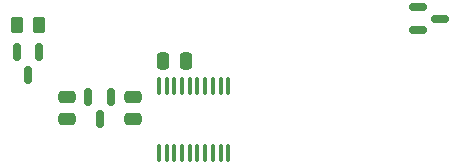
<source format=gbr>
%TF.GenerationSoftware,KiCad,Pcbnew,8.0.6*%
%TF.CreationDate,2024-12-17T20:27:32+00:00*%
%TF.ProjectId,003-UART-1602,3030332d-5541-4525-942d-313630322e6b,MkI*%
%TF.SameCoordinates,Original*%
%TF.FileFunction,Paste,Top*%
%TF.FilePolarity,Positive*%
%FSLAX46Y46*%
G04 Gerber Fmt 4.6, Leading zero omitted, Abs format (unit mm)*
G04 Created by KiCad (PCBNEW 8.0.6) date 2024-12-17 20:27:32*
%MOMM*%
%LPD*%
G01*
G04 APERTURE LIST*
G04 Aperture macros list*
%AMRoundRect*
0 Rectangle with rounded corners*
0 $1 Rounding radius*
0 $2 $3 $4 $5 $6 $7 $8 $9 X,Y pos of 4 corners*
0 Add a 4 corners polygon primitive as box body*
4,1,4,$2,$3,$4,$5,$6,$7,$8,$9,$2,$3,0*
0 Add four circle primitives for the rounded corners*
1,1,$1+$1,$2,$3*
1,1,$1+$1,$4,$5*
1,1,$1+$1,$6,$7*
1,1,$1+$1,$8,$9*
0 Add four rect primitives between the rounded corners*
20,1,$1+$1,$2,$3,$4,$5,0*
20,1,$1+$1,$4,$5,$6,$7,0*
20,1,$1+$1,$6,$7,$8,$9,0*
20,1,$1+$1,$8,$9,$2,$3,0*%
G04 Aperture macros list end*
%ADD10RoundRect,0.150000X-0.150000X0.587500X-0.150000X-0.587500X0.150000X-0.587500X0.150000X0.587500X0*%
%ADD11RoundRect,0.100000X-0.100000X0.637500X-0.100000X-0.637500X0.100000X-0.637500X0.100000X0.637500X0*%
%ADD12RoundRect,0.150000X-0.587500X-0.150000X0.587500X-0.150000X0.587500X0.150000X-0.587500X0.150000X0*%
%ADD13RoundRect,0.250000X0.250000X0.475000X-0.250000X0.475000X-0.250000X-0.475000X0.250000X-0.475000X0*%
%ADD14RoundRect,0.250000X-0.475000X0.250000X-0.475000X-0.250000X0.475000X-0.250000X0.475000X0.250000X0*%
%ADD15RoundRect,0.250000X-0.262500X-0.450000X0.262500X-0.450000X0.262500X0.450000X-0.262500X0.450000X0*%
G04 APERTURE END LIST*
D10*
%TO.C,Q1*%
X37620000Y-70040000D03*
X35720000Y-70040000D03*
X36670000Y-71915000D03*
%TD*%
D11*
%TO.C,U1*%
X53600699Y-72853020D03*
X52950699Y-72853020D03*
X52300699Y-72853020D03*
X51650699Y-72853020D03*
X51000699Y-72853020D03*
X50350699Y-72853020D03*
X49700699Y-72853020D03*
X49050699Y-72853020D03*
X48400699Y-72853020D03*
X47750699Y-72853020D03*
X47750699Y-78578020D03*
X48400699Y-78578020D03*
X49050699Y-78578020D03*
X49700699Y-78578020D03*
X50350699Y-78578020D03*
X51000699Y-78578020D03*
X51650699Y-78578020D03*
X52300699Y-78578020D03*
X52950699Y-78578020D03*
X53600699Y-78578020D03*
%TD*%
D10*
%TO.C,D1*%
X43670000Y-73802500D03*
X41770000Y-73802500D03*
X42720000Y-75677500D03*
%TD*%
D12*
%TO.C,Q2*%
X71538201Y-67177500D03*
X69663200Y-68127500D03*
X69663200Y-66227500D03*
%TD*%
D13*
%TO.C,C3*%
X50019998Y-70740000D03*
X48120000Y-70740000D03*
%TD*%
D14*
%TO.C,C2*%
X45520000Y-73790001D03*
X45520000Y-75689999D03*
%TD*%
D15*
%TO.C,R2*%
X35720000Y-67740000D03*
X37545000Y-67740000D03*
%TD*%
D14*
%TO.C,C1*%
X39920000Y-73790001D03*
X39920000Y-75689999D03*
%TD*%
M02*

</source>
